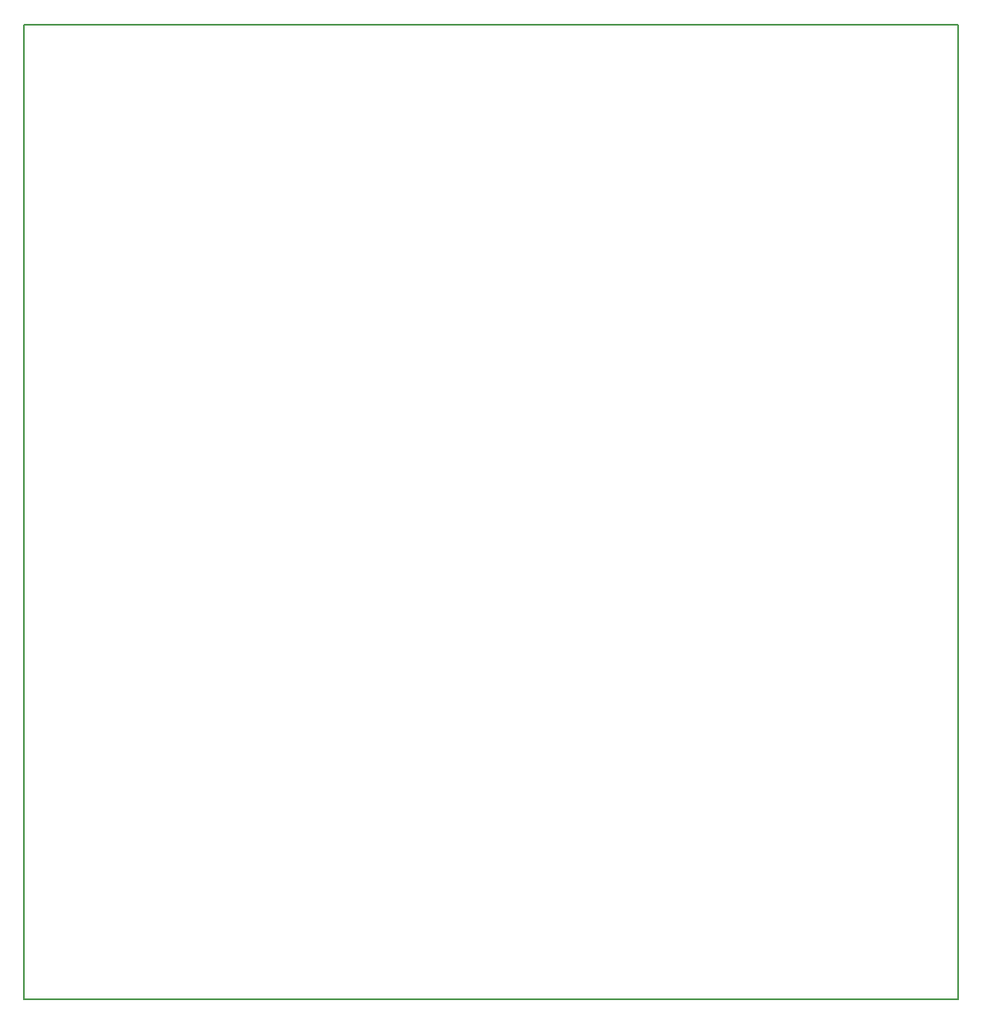
<source format=gbr>
G04 (created by PCBNEW (2013-07-07 BZR 4022)-stable) date 2/5/2014 11:08:06 AM*
%MOIN*%
G04 Gerber Fmt 3.4, Leading zero omitted, Abs format*
%FSLAX34Y34*%
G01*
G70*
G90*
G04 APERTURE LIST*
%ADD10C,0.00590551*%
G04 APERTURE END LIST*
G54D10*
X6299Y-45275D02*
X6299Y-5905D01*
X44094Y-45275D02*
X6299Y-45275D01*
X44094Y-5905D02*
X44094Y-45275D01*
X6299Y-5905D02*
X44094Y-5905D01*
M02*

</source>
